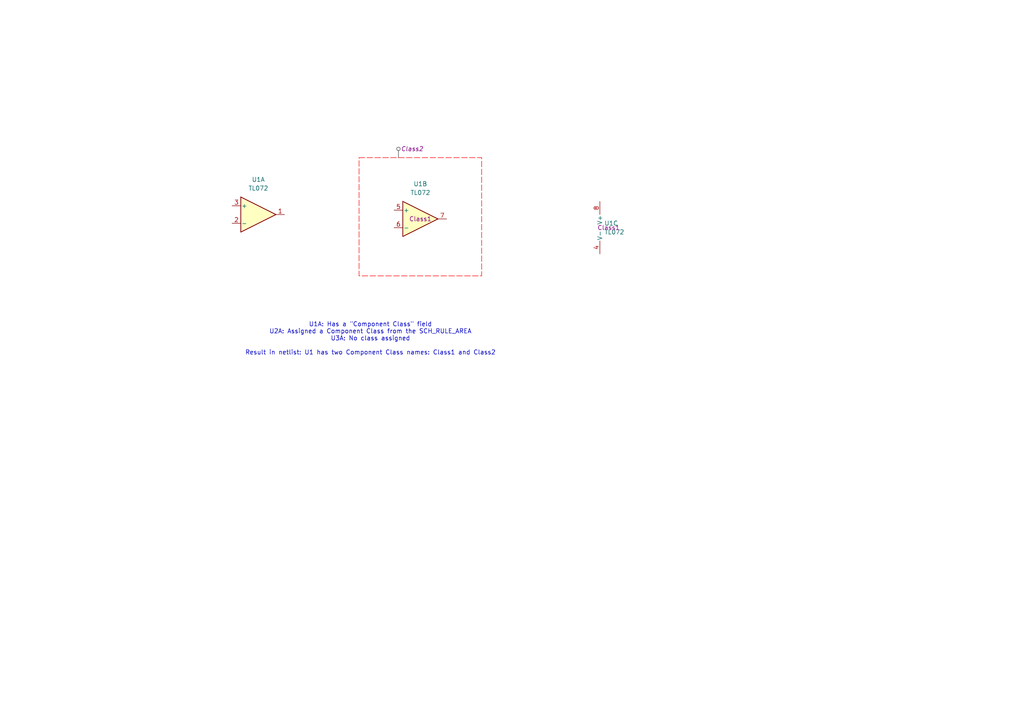
<source format=kicad_sch>
(kicad_sch (version 20240819) (generator "eeschema") (generator_version "8.99")
  (paper "A4")
  (lib_symbols
    (symbol "Amplifier_Operational:TL072" (pin_names (offset 0.127))
      (property "Reference" "U" (at 0 5.08 0))
      (property "Value" "TL072" (at 0 -5.08 0))
      (symbol "TL072_1_1"
        (polyline (pts (xy -5.08 5.08) (xy 5.08 0) (xy -5.08 -5.08) (xy -5.08 5.08)) (stroke (width 0.254)) (fill (type background)))
        (pin input line (at -7.62 2.54 0) (length 2.54) (name "+") (number "3"))
        (pin input line (at -7.62 -2.54 0) (length 2.54) (name "-") (number "2"))
        (pin output line (at 7.62 0 180) (length 2.54) (name "~") (number "1"))
      )
      (symbol "TL072_2_1"
        (polyline (pts (xy -5.08 5.08) (xy 5.08 0) (xy -5.08 -5.08) (xy -5.08 5.08)) (stroke (width 0.254)) (fill (type background)))
        (pin input line (at -7.62 2.54 0) (length 2.54) (name "+") (number "5"))
        (pin input line (at -7.62 -2.54 0) (length 2.54) (name "-") (number "6"))
        (pin output line (at 7.62 0 180) (length 2.54) (name "~") (number "7"))
      )
      (symbol "TL072_3_1"
        (pin power_in line (at -2.54 7.62 270) (length 3.81) (name "V+") (number "8"))
        (pin power_in line (at -2.54 -7.62 90) (length 3.81) (name "V-") (number "4"))
      )
    )
  )
  (text "U1A: Has a \"Component Class\" field\nU2A: Assigned a Component Class from the SCH_RULE_AREA\nU3A: No class assigned\n\nResult in netlist: U1 has two Component Class names: Class1 and Class2" (at 107.442 98.298 0) (effects (font (size 1.27 1.27))))
  (rule_area (polyline (pts (xy 104.14 45.72) (xy 139.7 45.72) (xy 139.7 80.01) (xy 104.14 80.01)) (stroke (width 0) (type dash))))
  (netclass_flag "" (length 2.54) (shape round) (at 115.57 45.72 0) (property "Component Class" "Class2" (at 116.2685 43.18 0) (effects (font (italic yes)) (justify left))))
  (symbol (lib_id "Amplifier_Operational:TL072") (at 74.93 62.23 0) (unit 1)
    (property "Reference" "U1" (at 74.93 52.07 0))
    (property "Value" "TL072" (at 74.93 54.61 0))
    (property "Footprint" "Package_SO:SO-8_5.3x6.2mm_P1.27mm" (effects (hide yes)))
    (property "Datasheet" "http://www.ti.com/lit/ds/symlink/tl071.pdf" (effects (hide yes)))
    (property "Description" "Dual Low-Noise JFET-Input Operational Amplifiers, DIP-8/SOIC-8" (effects (hide yes)))
    (property "Component Class" "Class1" (effects (hide yes)))
  )
  (symbol (lib_id "Amplifier_Operational:TL072") (at 121.92 63.5 0) (unit 2)
    (property "Reference" "U1" (at 121.92 53.34 0))
    (property "Value" "TL072" (at 121.92 55.88 0))
    (property "Footprint" "Package_SO:SO-8_5.3x6.2mm_P1.27mm" (effects (hide yes)))
    (property "Datasheet" "http://www.ti.com/lit/ds/symlink/tl071.pdf" (effects (hide yes)))
    (property "Description" "Dual Low-Noise JFET-Input Operational Amplifiers, DIP-8/SOIC-8" (effects (hide yes)))
    (property "Component Class" "Class1" (at 121.92 63.5 0))
  )
  (symbol (lib_id "Amplifier_Operational:TL072") (at 176.53 66.04 0) (unit 3)
    (property "Reference" "U1" (at 175.26 64.77 0) (effects (justify left)))
    (property "Value" "TL072" (at 175.26 67.31 0) (effects (justify left)))
    (property "Footprint" "Package_SO:SO-8_5.3x6.2mm_P1.27mm" (effects (hide yes)))
    (property "Datasheet" "http://www.ti.com/lit/ds/symlink/tl071.pdf" (effects (hide yes)))
    (property "Description" "Dual Low-Noise JFET-Input Operational Amplifiers, DIP-8/SOIC-8" (effects (hide yes)))
    (property "Component Class" "Class1" (at 176.53 66.04 0))
  )
)
</source>
